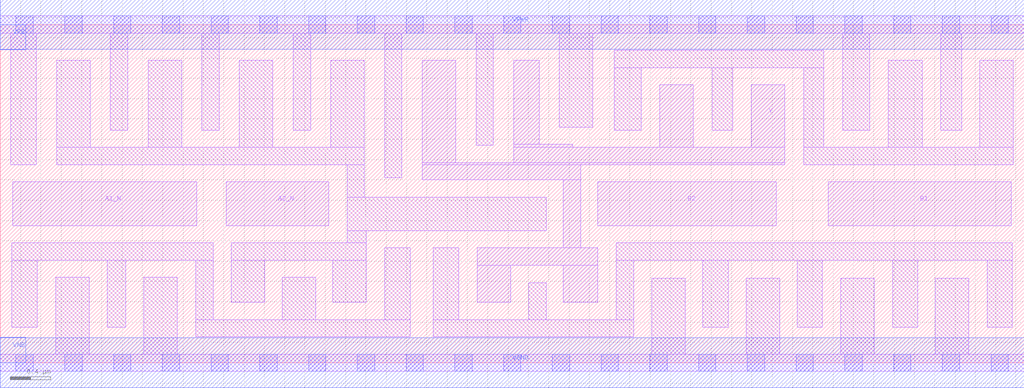
<source format=lef>
# Copyright 2020 The SkyWater PDK Authors
#
# Licensed under the Apache License, Version 2.0 (the "License");
# you may not use this file except in compliance with the License.
# You may obtain a copy of the License at
#
#     https://www.apache.org/licenses/LICENSE-2.0
#
# Unless required by applicable law or agreed to in writing, software
# distributed under the License is distributed on an "AS IS" BASIS,
# WITHOUT WARRANTIES OR CONDITIONS OF ANY KIND, either express or implied.
# See the License for the specific language governing permissions and
# limitations under the License.
#
# SPDX-License-Identifier: Apache-2.0

VERSION 5.5 ;
NAMESCASESENSITIVE ON ;
BUSBITCHARS "[]" ;
DIVIDERCHAR "/" ;
MACRO sky130_fd_sc_ms__o2bb2ai_4
  CLASS CORE ;
  SOURCE USER ;
  ORIGIN  0.000000  0.000000 ;
  SIZE  10.08000 BY  3.330000 ;
  SYMMETRY X Y ;
  SITE unit ;
  PIN A1_N
    ANTENNAGATEAREA  1.116000 ;
    DIRECTION INPUT ;
    USE SIGNAL ;
    PORT
      LAYER li1 ;
        RECT 0.125000 1.350000 1.935000 1.780000 ;
    END
  END A1_N
  PIN A2_N
    ANTENNAGATEAREA  1.116000 ;
    DIRECTION INPUT ;
    USE SIGNAL ;
    PORT
      LAYER li1 ;
        RECT 2.225000 1.350000 3.235000 1.780000 ;
    END
  END A2_N
  PIN B1
    ANTENNAGATEAREA  1.116000 ;
    DIRECTION INPUT ;
    USE SIGNAL ;
    PORT
      LAYER li1 ;
        RECT 8.150000 1.350000 9.955000 1.780000 ;
    END
  END B1
  PIN B2
    ANTENNAGATEAREA  1.116000 ;
    DIRECTION INPUT ;
    USE SIGNAL ;
    PORT
      LAYER li1 ;
        RECT 5.885000 1.350000 7.640000 1.780000 ;
    END
  END B2
  PIN Y
    ANTENNADIFFAREA  1.758400 ;
    DIRECTION OUTPUT ;
    USE SIGNAL ;
    PORT
      LAYER li1 ;
        RECT 4.155000 1.800000 5.715000 1.950000 ;
        RECT 4.155000 1.950000 7.725000 1.970000 ;
        RECT 4.155000 1.970000 4.485000 2.980000 ;
        RECT 4.695000 0.595000 5.025000 0.960000 ;
        RECT 4.695000 0.960000 5.885000 1.130000 ;
        RECT 5.055000 1.970000 7.725000 2.120000 ;
        RECT 5.055000 2.120000 5.635000 2.150000 ;
        RECT 5.055000 2.150000 5.305000 2.980000 ;
        RECT 5.545000 0.595000 5.885000 0.960000 ;
        RECT 5.545000 1.130000 5.715000 1.800000 ;
        RECT 6.495000 2.120000 6.825000 2.735000 ;
        RECT 7.395000 2.120000 7.725000 2.735000 ;
    END
  END Y
  PIN VGND
    DIRECTION INOUT ;
    USE GROUND ;
    PORT
      LAYER met1 ;
        RECT 0.000000 -0.245000 10.080000 0.245000 ;
    END
  END VGND
  PIN VNB
    DIRECTION INOUT ;
    USE GROUND ;
    PORT
      LAYER met1 ;
        RECT 0.000000 0.000000 0.250000 0.250000 ;
    END
  END VNB
  PIN VPB
    DIRECTION INOUT ;
    USE POWER ;
    PORT
      LAYER met1 ;
        RECT 0.000000 3.080000 0.250000 3.330000 ;
    END
  END VPB
  PIN VPWR
    DIRECTION INOUT ;
    USE POWER ;
    PORT
      LAYER met1 ;
        RECT 0.000000 3.085000 10.080000 3.575000 ;
    END
  END VPWR
  OBS
    LAYER li1 ;
      RECT 0.000000 -0.085000 10.080000 0.085000 ;
      RECT 0.000000  3.245000 10.080000 3.415000 ;
      RECT 0.105000  1.950000  0.355000 3.245000 ;
      RECT 0.115000  0.350000  0.365000 1.010000 ;
      RECT 0.115000  1.010000  2.095000 1.180000 ;
      RECT 0.545000  0.085000  0.875000 0.840000 ;
      RECT 0.555000  1.950000  3.585000 2.120000 ;
      RECT 0.555000  2.120000  0.885000 2.980000 ;
      RECT 1.055000  0.350000  1.235000 1.010000 ;
      RECT 1.085000  2.290000  1.255000 3.245000 ;
      RECT 1.415000  0.085000  1.745000 0.840000 ;
      RECT 1.455000  2.120000  1.785000 2.980000 ;
      RECT 1.925000  0.255000  4.035000 0.425000 ;
      RECT 1.925000  0.425000  2.095000 1.010000 ;
      RECT 1.985000  2.290000  2.155000 3.245000 ;
      RECT 2.275000  0.595000  2.605000 1.010000 ;
      RECT 2.275000  1.010000  3.605000 1.180000 ;
      RECT 2.355000  2.120000  2.685000 2.980000 ;
      RECT 2.775000  0.425000  3.105000 0.840000 ;
      RECT 2.885000  2.290000  3.055000 3.245000 ;
      RECT 3.255000  2.120000  3.585000 2.980000 ;
      RECT 3.275000  0.595000  3.605000 1.010000 ;
      RECT 3.415000  1.180000  3.605000 1.300000 ;
      RECT 3.415000  1.300000  5.375000 1.630000 ;
      RECT 3.415000  1.630000  3.585000 1.950000 ;
      RECT 3.785000  0.425000  4.035000 1.130000 ;
      RECT 3.785000  1.820000  3.955000 3.245000 ;
      RECT 4.265000  0.255000  6.235000 0.425000 ;
      RECT 4.265000  0.425000  4.515000 1.130000 ;
      RECT 4.685000  2.140000  4.855000 3.245000 ;
      RECT 5.205000  0.425000  5.375000 0.790000 ;
      RECT 5.505000  2.320000  5.835000 3.245000 ;
      RECT 6.045000  2.290000  6.310000 2.905000 ;
      RECT 6.045000  2.905000  8.110000 3.075000 ;
      RECT 6.065000  0.425000  6.235000 1.010000 ;
      RECT 6.065000  1.010000  9.965000 1.180000 ;
      RECT 6.415000  0.085000  6.745000 0.830000 ;
      RECT 6.915000  0.350000  7.165000 1.010000 ;
      RECT 7.010000  2.290000  7.210000 2.905000 ;
      RECT 7.345000  0.085000  7.675000 0.830000 ;
      RECT 7.845000  0.350000  8.095000 1.010000 ;
      RECT 7.910000  1.950000  9.975000 2.120000 ;
      RECT 7.910000  2.120000  8.110000 2.905000 ;
      RECT 8.275000  0.085000  8.605000 0.830000 ;
      RECT 8.295000  2.290000  8.560000 3.245000 ;
      RECT 8.745000  2.120000  9.075000 2.980000 ;
      RECT 8.785000  0.350000  9.035000 1.010000 ;
      RECT 9.205000  0.085000  9.535000 0.830000 ;
      RECT 9.260000  2.290000  9.465000 3.245000 ;
      RECT 9.645000  2.120000  9.975000 2.980000 ;
      RECT 9.715000  0.350000  9.965000 1.010000 ;
    LAYER mcon ;
      RECT 0.155000 -0.085000 0.325000 0.085000 ;
      RECT 0.155000  3.245000 0.325000 3.415000 ;
      RECT 0.635000 -0.085000 0.805000 0.085000 ;
      RECT 0.635000  3.245000 0.805000 3.415000 ;
      RECT 1.115000 -0.085000 1.285000 0.085000 ;
      RECT 1.115000  3.245000 1.285000 3.415000 ;
      RECT 1.595000 -0.085000 1.765000 0.085000 ;
      RECT 1.595000  3.245000 1.765000 3.415000 ;
      RECT 2.075000 -0.085000 2.245000 0.085000 ;
      RECT 2.075000  3.245000 2.245000 3.415000 ;
      RECT 2.555000 -0.085000 2.725000 0.085000 ;
      RECT 2.555000  3.245000 2.725000 3.415000 ;
      RECT 3.035000 -0.085000 3.205000 0.085000 ;
      RECT 3.035000  3.245000 3.205000 3.415000 ;
      RECT 3.515000 -0.085000 3.685000 0.085000 ;
      RECT 3.515000  3.245000 3.685000 3.415000 ;
      RECT 3.995000 -0.085000 4.165000 0.085000 ;
      RECT 3.995000  3.245000 4.165000 3.415000 ;
      RECT 4.475000 -0.085000 4.645000 0.085000 ;
      RECT 4.475000  3.245000 4.645000 3.415000 ;
      RECT 4.955000 -0.085000 5.125000 0.085000 ;
      RECT 4.955000  3.245000 5.125000 3.415000 ;
      RECT 5.435000 -0.085000 5.605000 0.085000 ;
      RECT 5.435000  3.245000 5.605000 3.415000 ;
      RECT 5.915000 -0.085000 6.085000 0.085000 ;
      RECT 5.915000  3.245000 6.085000 3.415000 ;
      RECT 6.395000 -0.085000 6.565000 0.085000 ;
      RECT 6.395000  3.245000 6.565000 3.415000 ;
      RECT 6.875000 -0.085000 7.045000 0.085000 ;
      RECT 6.875000  3.245000 7.045000 3.415000 ;
      RECT 7.355000 -0.085000 7.525000 0.085000 ;
      RECT 7.355000  3.245000 7.525000 3.415000 ;
      RECT 7.835000 -0.085000 8.005000 0.085000 ;
      RECT 7.835000  3.245000 8.005000 3.415000 ;
      RECT 8.315000 -0.085000 8.485000 0.085000 ;
      RECT 8.315000  3.245000 8.485000 3.415000 ;
      RECT 8.795000 -0.085000 8.965000 0.085000 ;
      RECT 8.795000  3.245000 8.965000 3.415000 ;
      RECT 9.275000 -0.085000 9.445000 0.085000 ;
      RECT 9.275000  3.245000 9.445000 3.415000 ;
      RECT 9.755000 -0.085000 9.925000 0.085000 ;
      RECT 9.755000  3.245000 9.925000 3.415000 ;
  END
END sky130_fd_sc_ms__o2bb2ai_4

</source>
